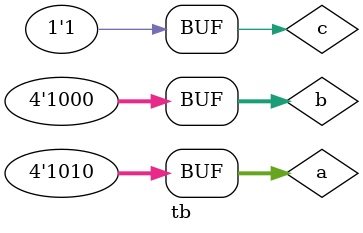
<source format=v>
`timescale 1ns / 1ps


module tb; 
// Inputs 
reg [3:0] a,b;  
reg c; 
// Outputs 
wire [3:0]sum; 
wire carry_out; 
// Instantiate the Unit Under Test (UUT) ripple_carry_adder 
rca uut (a,b,c,sum,carry_out); 
initial begin 
$monitor("a=%d b=%d c=%d -> SUM=%d CARRY_OUT=%b",a,b,c,sum,carry_out); 
// Initialize Inputs 
c=0; 
a =4'b0000; b =4'b0001;  
// Wait 100 ns for global reset to finish #10 
a =4'b0011; b =4'b0010; 
#10 
c=1; 
a =4'b1000; b =4'b0001; 
#10 
a =4'b1010; b =4'b1000; 
end  
endmodule 

</source>
